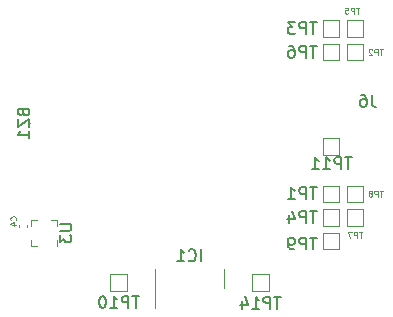
<source format=gbr>
%TF.GenerationSoftware,KiCad,Pcbnew,(6.0.0-rc1-dev-1546-g786ee0e)*%
%TF.CreationDate,2021-05-18T14:47:41-07:00*%
%TF.ProjectId,MainBoard,4d61696e-426f-4617-9264-2e6b69636164,rev?*%
%TF.SameCoordinates,Original*%
%TF.FileFunction,Legend,Bot*%
%TF.FilePolarity,Positive*%
%FSLAX46Y46*%
G04 Gerber Fmt 4.6, Leading zero omitted, Abs format (unit mm)*
G04 Created by KiCad (PCBNEW (6.0.0-rc1-dev-1546-g786ee0e)) date Tue 18 May 2021 02:47:41 PM PDT*
%MOMM*%
%LPD*%
G04 APERTURE LIST*
%ADD10C,0.120000*%
%ADD11C,0.150000*%
%ADD12C,0.100000*%
G04 APERTURE END LIST*
D10*
%TO.C,U3*%
X122300000Y-48900000D02*
X122300000Y-48900000D01*
X122300000Y-48400000D02*
X122300000Y-48900000D01*
X120600000Y-48900000D02*
X120600000Y-48900000D01*
X120100000Y-48900000D02*
X120600000Y-48900000D01*
X120100000Y-48400000D02*
X120100000Y-48900000D01*
X120100000Y-47200000D02*
X120100000Y-47200000D01*
X120100000Y-46700000D02*
X120100000Y-47200000D01*
X120600000Y-46700000D02*
X120100000Y-46700000D01*
X121800000Y-46700000D02*
X121800000Y-46700000D01*
X122300000Y-46700000D02*
X121800000Y-46700000D01*
X122300000Y-47200000D02*
X122300000Y-46700000D01*
%TO.C,C4*%
X119760000Y-47092164D02*
X119760000Y-47307836D01*
X119040000Y-47092164D02*
X119040000Y-47307836D01*
%TO.C,TP11*%
X144800000Y-39800000D02*
X144800000Y-41200000D01*
X146200000Y-39800000D02*
X144800000Y-39800000D01*
X146200000Y-41200000D02*
X146200000Y-39800000D01*
X144800000Y-41200000D02*
X146200000Y-41200000D01*
%TO.C,IC1*%
X130600000Y-50840000D02*
X130600000Y-54150000D01*
X136420000Y-52500000D02*
X136420000Y-50860000D01*
%TO.C,TP10*%
X126800000Y-51300000D02*
X126800000Y-52700000D01*
X128200000Y-51300000D02*
X126800000Y-51300000D01*
X128200000Y-52700000D02*
X128200000Y-51300000D01*
X126800000Y-52700000D02*
X128200000Y-52700000D01*
%TO.C,TP14*%
X138800000Y-51300000D02*
X138800000Y-52700000D01*
X140200000Y-51300000D02*
X138800000Y-51300000D01*
X140200000Y-52700000D02*
X140200000Y-51300000D01*
X138800000Y-52700000D02*
X140200000Y-52700000D01*
%TO.C,TP1*%
X144800000Y-43800000D02*
X144800000Y-45200000D01*
X146200000Y-43800000D02*
X144800000Y-43800000D01*
X146200000Y-45200000D02*
X146200000Y-43800000D01*
X144800000Y-45200000D02*
X146200000Y-45200000D01*
%TO.C,TP2*%
X146800000Y-31800000D02*
X146800000Y-33200000D01*
X148200000Y-31800000D02*
X146800000Y-31800000D01*
X148200000Y-33200000D02*
X148200000Y-31800000D01*
X146800000Y-33200000D02*
X148200000Y-33200000D01*
%TO.C,TP3*%
X144800000Y-29800000D02*
X144800000Y-31200000D01*
X146200000Y-29800000D02*
X144800000Y-29800000D01*
X146200000Y-31200000D02*
X146200000Y-29800000D01*
X144800000Y-31200000D02*
X146200000Y-31200000D01*
%TO.C,TP4*%
X144800000Y-45800000D02*
X144800000Y-47200000D01*
X146200000Y-45800000D02*
X144800000Y-45800000D01*
X146200000Y-47200000D02*
X146200000Y-45800000D01*
X144800000Y-47200000D02*
X146200000Y-47200000D01*
%TO.C,TP5*%
X146800000Y-29800000D02*
X146800000Y-31200000D01*
X148200000Y-29800000D02*
X146800000Y-29800000D01*
X148200000Y-31200000D02*
X148200000Y-29800000D01*
X146800000Y-31200000D02*
X148200000Y-31200000D01*
%TO.C,TP6*%
X144800000Y-31800000D02*
X144800000Y-33200000D01*
X146200000Y-31800000D02*
X144800000Y-31800000D01*
X146200000Y-33200000D02*
X146200000Y-31800000D01*
X144800000Y-33200000D02*
X146200000Y-33200000D01*
%TO.C,TP7*%
X146800000Y-45800000D02*
X146800000Y-47200000D01*
X148200000Y-45800000D02*
X146800000Y-45800000D01*
X148200000Y-47200000D02*
X148200000Y-45800000D01*
X146800000Y-47200000D02*
X148200000Y-47200000D01*
%TO.C,TP8*%
X146800000Y-43800000D02*
X146800000Y-45200000D01*
X148200000Y-43800000D02*
X146800000Y-43800000D01*
X148200000Y-45200000D02*
X148200000Y-43800000D01*
X146800000Y-45200000D02*
X148200000Y-45200000D01*
%TO.C,TP9*%
X144800000Y-47800000D02*
X144800000Y-49200000D01*
X146200000Y-47800000D02*
X144800000Y-47800000D01*
X146200000Y-49200000D02*
X146200000Y-47800000D01*
X144800000Y-49200000D02*
X146200000Y-49200000D01*
%TO.C,BZ1*%
X120000000Y-38500000D02*
X120000000Y-38500000D01*
X120000000Y-38500000D02*
X120000000Y-38500000D01*
X120000000Y-38500000D02*
X120000000Y-38500000D01*
X120000000Y-38500000D02*
X120000000Y-38500000D01*
X120000000Y-38500000D02*
X120000000Y-38500000D01*
%TO.C,U3*%
D11*
X122502380Y-47038095D02*
X123311904Y-47038095D01*
X123407142Y-47085714D01*
X123454761Y-47133333D01*
X123502380Y-47228571D01*
X123502380Y-47419047D01*
X123454761Y-47514285D01*
X123407142Y-47561904D01*
X123311904Y-47609523D01*
X122502380Y-47609523D01*
X122502380Y-47990476D02*
X122502380Y-48609523D01*
X122883333Y-48276190D01*
X122883333Y-48419047D01*
X122930952Y-48514285D01*
X122978571Y-48561904D01*
X123073809Y-48609523D01*
X123311904Y-48609523D01*
X123407142Y-48561904D01*
X123454761Y-48514285D01*
X123502380Y-48419047D01*
X123502380Y-48133333D01*
X123454761Y-48038095D01*
X123407142Y-47990476D01*
%TO.C,C4*%
D12*
X118778571Y-46716666D02*
X118802380Y-46692857D01*
X118826190Y-46621428D01*
X118826190Y-46573809D01*
X118802380Y-46502380D01*
X118754761Y-46454761D01*
X118707142Y-46430952D01*
X118611904Y-46407142D01*
X118540476Y-46407142D01*
X118445238Y-46430952D01*
X118397619Y-46454761D01*
X118350000Y-46502380D01*
X118326190Y-46573809D01*
X118326190Y-46621428D01*
X118350000Y-46692857D01*
X118373809Y-46716666D01*
X118492857Y-47145238D02*
X118826190Y-47145238D01*
X118302380Y-47026190D02*
X118659523Y-46907142D01*
X118659523Y-47216666D01*
%TO.C,TP11*%
D11*
X147238095Y-41400380D02*
X146666666Y-41400380D01*
X146952380Y-42400380D02*
X146952380Y-41400380D01*
X146333333Y-42400380D02*
X146333333Y-41400380D01*
X145952380Y-41400380D01*
X145857142Y-41448000D01*
X145809523Y-41495619D01*
X145761904Y-41590857D01*
X145761904Y-41733714D01*
X145809523Y-41828952D01*
X145857142Y-41876571D01*
X145952380Y-41924190D01*
X146333333Y-41924190D01*
X144809523Y-42400380D02*
X145380952Y-42400380D01*
X145095238Y-42400380D02*
X145095238Y-41400380D01*
X145190476Y-41543238D01*
X145285714Y-41638476D01*
X145380952Y-41686095D01*
X143857142Y-42400380D02*
X144428571Y-42400380D01*
X144142857Y-42400380D02*
X144142857Y-41400380D01*
X144238095Y-41543238D01*
X144333333Y-41638476D01*
X144428571Y-41686095D01*
%TO.C,IC1*%
X134476190Y-50202380D02*
X134476190Y-49202380D01*
X133428571Y-50107142D02*
X133476190Y-50154761D01*
X133619047Y-50202380D01*
X133714285Y-50202380D01*
X133857142Y-50154761D01*
X133952380Y-50059523D01*
X134000000Y-49964285D01*
X134047619Y-49773809D01*
X134047619Y-49630952D01*
X134000000Y-49440476D01*
X133952380Y-49345238D01*
X133857142Y-49250000D01*
X133714285Y-49202380D01*
X133619047Y-49202380D01*
X133476190Y-49250000D01*
X133428571Y-49297619D01*
X132476190Y-50202380D02*
X133047619Y-50202380D01*
X132761904Y-50202380D02*
X132761904Y-49202380D01*
X132857142Y-49345238D01*
X132952380Y-49440476D01*
X133047619Y-49488095D01*
%TO.C,J6*%
X148933333Y-36102380D02*
X148933333Y-36816666D01*
X148980952Y-36959523D01*
X149076190Y-37054761D01*
X149219047Y-37102380D01*
X149314285Y-37102380D01*
X148028571Y-36102380D02*
X148219047Y-36102380D01*
X148314285Y-36150000D01*
X148361904Y-36197619D01*
X148457142Y-36340476D01*
X148504761Y-36530952D01*
X148504761Y-36911904D01*
X148457142Y-37007142D01*
X148409523Y-37054761D01*
X148314285Y-37102380D01*
X148123809Y-37102380D01*
X148028571Y-37054761D01*
X147980952Y-37007142D01*
X147933333Y-36911904D01*
X147933333Y-36673809D01*
X147980952Y-36578571D01*
X148028571Y-36530952D01*
X148123809Y-36483333D01*
X148314285Y-36483333D01*
X148409523Y-36530952D01*
X148457142Y-36578571D01*
X148504761Y-36673809D01*
%TO.C,TP10*%
X129238095Y-53150380D02*
X128666666Y-53150380D01*
X128952380Y-54150380D02*
X128952380Y-53150380D01*
X128333333Y-54150380D02*
X128333333Y-53150380D01*
X127952380Y-53150380D01*
X127857142Y-53198000D01*
X127809523Y-53245619D01*
X127761904Y-53340857D01*
X127761904Y-53483714D01*
X127809523Y-53578952D01*
X127857142Y-53626571D01*
X127952380Y-53674190D01*
X128333333Y-53674190D01*
X126809523Y-54150380D02*
X127380952Y-54150380D01*
X127095238Y-54150380D02*
X127095238Y-53150380D01*
X127190476Y-53293238D01*
X127285714Y-53388476D01*
X127380952Y-53436095D01*
X126190476Y-53150380D02*
X126095238Y-53150380D01*
X126000000Y-53198000D01*
X125952380Y-53245619D01*
X125904761Y-53340857D01*
X125857142Y-53531333D01*
X125857142Y-53769428D01*
X125904761Y-53959904D01*
X125952380Y-54055142D01*
X126000000Y-54102761D01*
X126095238Y-54150380D01*
X126190476Y-54150380D01*
X126285714Y-54102761D01*
X126333333Y-54055142D01*
X126380952Y-53959904D01*
X126428571Y-53769428D01*
X126428571Y-53531333D01*
X126380952Y-53340857D01*
X126333333Y-53245619D01*
X126285714Y-53198000D01*
X126190476Y-53150380D01*
%TO.C,TP14*%
X141238095Y-53202380D02*
X140666666Y-53202380D01*
X140952380Y-54202380D02*
X140952380Y-53202380D01*
X140333333Y-54202380D02*
X140333333Y-53202380D01*
X139952380Y-53202380D01*
X139857142Y-53250000D01*
X139809523Y-53297619D01*
X139761904Y-53392857D01*
X139761904Y-53535714D01*
X139809523Y-53630952D01*
X139857142Y-53678571D01*
X139952380Y-53726190D01*
X140333333Y-53726190D01*
X138809523Y-54202380D02*
X139380952Y-54202380D01*
X139095238Y-54202380D02*
X139095238Y-53202380D01*
X139190476Y-53345238D01*
X139285714Y-53440476D01*
X139380952Y-53488095D01*
X137952380Y-53535714D02*
X137952380Y-54202380D01*
X138190476Y-53154761D02*
X138428571Y-53869047D01*
X137809523Y-53869047D01*
%TO.C,TP1*%
X144261904Y-43952380D02*
X143690476Y-43952380D01*
X143976190Y-44952380D02*
X143976190Y-43952380D01*
X143357142Y-44952380D02*
X143357142Y-43952380D01*
X142976190Y-43952380D01*
X142880952Y-44000000D01*
X142833333Y-44047619D01*
X142785714Y-44142857D01*
X142785714Y-44285714D01*
X142833333Y-44380952D01*
X142880952Y-44428571D01*
X142976190Y-44476190D01*
X143357142Y-44476190D01*
X141833333Y-44952380D02*
X142404761Y-44952380D01*
X142119047Y-44952380D02*
X142119047Y-43952380D01*
X142214285Y-44095238D01*
X142309523Y-44190476D01*
X142404761Y-44238095D01*
%TO.C,TP2*%
D12*
X149880952Y-32226190D02*
X149595238Y-32226190D01*
X149738095Y-32726190D02*
X149738095Y-32226190D01*
X149428571Y-32726190D02*
X149428571Y-32226190D01*
X149238095Y-32226190D01*
X149190476Y-32250000D01*
X149166666Y-32273809D01*
X149142857Y-32321428D01*
X149142857Y-32392857D01*
X149166666Y-32440476D01*
X149190476Y-32464285D01*
X149238095Y-32488095D01*
X149428571Y-32488095D01*
X148952380Y-32273809D02*
X148928571Y-32250000D01*
X148880952Y-32226190D01*
X148761904Y-32226190D01*
X148714285Y-32250000D01*
X148690476Y-32273809D01*
X148666666Y-32321428D01*
X148666666Y-32369047D01*
X148690476Y-32440476D01*
X148976190Y-32726190D01*
X148666666Y-32726190D01*
%TO.C,TP3*%
D11*
X144261904Y-29952380D02*
X143690476Y-29952380D01*
X143976190Y-30952380D02*
X143976190Y-29952380D01*
X143357142Y-30952380D02*
X143357142Y-29952380D01*
X142976190Y-29952380D01*
X142880952Y-30000000D01*
X142833333Y-30047619D01*
X142785714Y-30142857D01*
X142785714Y-30285714D01*
X142833333Y-30380952D01*
X142880952Y-30428571D01*
X142976190Y-30476190D01*
X143357142Y-30476190D01*
X142452380Y-29952380D02*
X141833333Y-29952380D01*
X142166666Y-30333333D01*
X142023809Y-30333333D01*
X141928571Y-30380952D01*
X141880952Y-30428571D01*
X141833333Y-30523809D01*
X141833333Y-30761904D01*
X141880952Y-30857142D01*
X141928571Y-30904761D01*
X142023809Y-30952380D01*
X142309523Y-30952380D01*
X142404761Y-30904761D01*
X142452380Y-30857142D01*
%TO.C,TP4*%
X144261904Y-45952380D02*
X143690476Y-45952380D01*
X143976190Y-46952380D02*
X143976190Y-45952380D01*
X143357142Y-46952380D02*
X143357142Y-45952380D01*
X142976190Y-45952380D01*
X142880952Y-46000000D01*
X142833333Y-46047619D01*
X142785714Y-46142857D01*
X142785714Y-46285714D01*
X142833333Y-46380952D01*
X142880952Y-46428571D01*
X142976190Y-46476190D01*
X143357142Y-46476190D01*
X141928571Y-46285714D02*
X141928571Y-46952380D01*
X142166666Y-45904761D02*
X142404761Y-46619047D01*
X141785714Y-46619047D01*
%TO.C,TP5*%
D12*
X147880952Y-28726190D02*
X147595238Y-28726190D01*
X147738095Y-29226190D02*
X147738095Y-28726190D01*
X147428571Y-29226190D02*
X147428571Y-28726190D01*
X147238095Y-28726190D01*
X147190476Y-28750000D01*
X147166666Y-28773809D01*
X147142857Y-28821428D01*
X147142857Y-28892857D01*
X147166666Y-28940476D01*
X147190476Y-28964285D01*
X147238095Y-28988095D01*
X147428571Y-28988095D01*
X146690476Y-28726190D02*
X146928571Y-28726190D01*
X146952380Y-28964285D01*
X146928571Y-28940476D01*
X146880952Y-28916666D01*
X146761904Y-28916666D01*
X146714285Y-28940476D01*
X146690476Y-28964285D01*
X146666666Y-29011904D01*
X146666666Y-29130952D01*
X146690476Y-29178571D01*
X146714285Y-29202380D01*
X146761904Y-29226190D01*
X146880952Y-29226190D01*
X146928571Y-29202380D01*
X146952380Y-29178571D01*
%TO.C,TP6*%
D11*
X144261904Y-31952380D02*
X143690476Y-31952380D01*
X143976190Y-32952380D02*
X143976190Y-31952380D01*
X143357142Y-32952380D02*
X143357142Y-31952380D01*
X142976190Y-31952380D01*
X142880952Y-32000000D01*
X142833333Y-32047619D01*
X142785714Y-32142857D01*
X142785714Y-32285714D01*
X142833333Y-32380952D01*
X142880952Y-32428571D01*
X142976190Y-32476190D01*
X143357142Y-32476190D01*
X141928571Y-31952380D02*
X142119047Y-31952380D01*
X142214285Y-32000000D01*
X142261904Y-32047619D01*
X142357142Y-32190476D01*
X142404761Y-32380952D01*
X142404761Y-32761904D01*
X142357142Y-32857142D01*
X142309523Y-32904761D01*
X142214285Y-32952380D01*
X142023809Y-32952380D01*
X141928571Y-32904761D01*
X141880952Y-32857142D01*
X141833333Y-32761904D01*
X141833333Y-32523809D01*
X141880952Y-32428571D01*
X141928571Y-32380952D01*
X142023809Y-32333333D01*
X142214285Y-32333333D01*
X142309523Y-32380952D01*
X142357142Y-32428571D01*
X142404761Y-32523809D01*
%TO.C,TP7*%
D12*
X148130952Y-47726190D02*
X147845238Y-47726190D01*
X147988095Y-48226190D02*
X147988095Y-47726190D01*
X147678571Y-48226190D02*
X147678571Y-47726190D01*
X147488095Y-47726190D01*
X147440476Y-47750000D01*
X147416666Y-47773809D01*
X147392857Y-47821428D01*
X147392857Y-47892857D01*
X147416666Y-47940476D01*
X147440476Y-47964285D01*
X147488095Y-47988095D01*
X147678571Y-47988095D01*
X147226190Y-47726190D02*
X146892857Y-47726190D01*
X147107142Y-48226190D01*
%TO.C,TP8*%
X149880952Y-44226190D02*
X149595238Y-44226190D01*
X149738095Y-44726190D02*
X149738095Y-44226190D01*
X149428571Y-44726190D02*
X149428571Y-44226190D01*
X149238095Y-44226190D01*
X149190476Y-44250000D01*
X149166666Y-44273809D01*
X149142857Y-44321428D01*
X149142857Y-44392857D01*
X149166666Y-44440476D01*
X149190476Y-44464285D01*
X149238095Y-44488095D01*
X149428571Y-44488095D01*
X148857142Y-44440476D02*
X148904761Y-44416666D01*
X148928571Y-44392857D01*
X148952380Y-44345238D01*
X148952380Y-44321428D01*
X148928571Y-44273809D01*
X148904761Y-44250000D01*
X148857142Y-44226190D01*
X148761904Y-44226190D01*
X148714285Y-44250000D01*
X148690476Y-44273809D01*
X148666666Y-44321428D01*
X148666666Y-44345238D01*
X148690476Y-44392857D01*
X148714285Y-44416666D01*
X148761904Y-44440476D01*
X148857142Y-44440476D01*
X148904761Y-44464285D01*
X148928571Y-44488095D01*
X148952380Y-44535714D01*
X148952380Y-44630952D01*
X148928571Y-44678571D01*
X148904761Y-44702380D01*
X148857142Y-44726190D01*
X148761904Y-44726190D01*
X148714285Y-44702380D01*
X148690476Y-44678571D01*
X148666666Y-44630952D01*
X148666666Y-44535714D01*
X148690476Y-44488095D01*
X148714285Y-44464285D01*
X148761904Y-44440476D01*
%TO.C,TP9*%
D11*
X144261904Y-48202380D02*
X143690476Y-48202380D01*
X143976190Y-49202380D02*
X143976190Y-48202380D01*
X143357142Y-49202380D02*
X143357142Y-48202380D01*
X142976190Y-48202380D01*
X142880952Y-48250000D01*
X142833333Y-48297619D01*
X142785714Y-48392857D01*
X142785714Y-48535714D01*
X142833333Y-48630952D01*
X142880952Y-48678571D01*
X142976190Y-48726190D01*
X143357142Y-48726190D01*
X142309523Y-49202380D02*
X142119047Y-49202380D01*
X142023809Y-49154761D01*
X141976190Y-49107142D01*
X141880952Y-48964285D01*
X141833333Y-48773809D01*
X141833333Y-48392857D01*
X141880952Y-48297619D01*
X141928571Y-48250000D01*
X142023809Y-48202380D01*
X142214285Y-48202380D01*
X142309523Y-48250000D01*
X142357142Y-48297619D01*
X142404761Y-48392857D01*
X142404761Y-48630952D01*
X142357142Y-48726190D01*
X142309523Y-48773809D01*
X142214285Y-48821428D01*
X142023809Y-48821428D01*
X141928571Y-48773809D01*
X141880952Y-48726190D01*
X141833333Y-48630952D01*
%TO.C,BZ1*%
X119428571Y-37619047D02*
X119476190Y-37761904D01*
X119523809Y-37809523D01*
X119619047Y-37857142D01*
X119761904Y-37857142D01*
X119857142Y-37809523D01*
X119904761Y-37761904D01*
X119952380Y-37666666D01*
X119952380Y-37285714D01*
X118952380Y-37285714D01*
X118952380Y-37619047D01*
X119000000Y-37714285D01*
X119047619Y-37761904D01*
X119142857Y-37809523D01*
X119238095Y-37809523D01*
X119333333Y-37761904D01*
X119380952Y-37714285D01*
X119428571Y-37619047D01*
X119428571Y-37285714D01*
X118952380Y-38190476D02*
X118952380Y-38857142D01*
X119952380Y-38190476D01*
X119952380Y-38857142D01*
X119952380Y-39761904D02*
X119952380Y-39190476D01*
X119952380Y-39476190D02*
X118952380Y-39476190D01*
X119095238Y-39380952D01*
X119190476Y-39285714D01*
X119238095Y-39190476D01*
%TD*%
M02*

</source>
